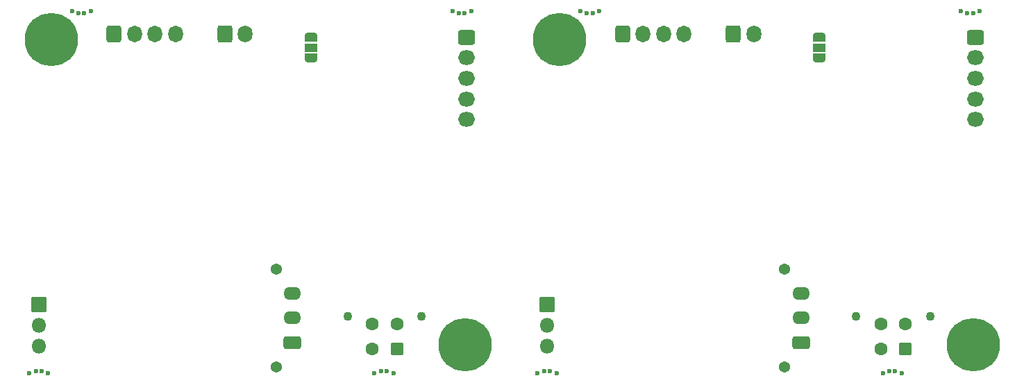
<source format=gbr>
%TF.GenerationSoftware,KiCad,Pcbnew,7.0.8*%
%TF.CreationDate,2023-12-11T19:12:45+01:00*%
%TF.ProjectId,SmartDisplay,536d6172-7444-4697-9370-6c61792e6b69,rev?*%
%TF.SameCoordinates,Original*%
%TF.FileFunction,Soldermask,Bot*%
%TF.FilePolarity,Negative*%
%FSLAX46Y46*%
G04 Gerber Fmt 4.6, Leading zero omitted, Abs format (unit mm)*
G04 Created by KiCad (PCBNEW 7.0.8) date 2023-12-11 19:12:45*
%MOMM*%
%LPD*%
G01*
G04 APERTURE LIST*
G04 Aperture macros list*
%AMRoundRect*
0 Rectangle with rounded corners*
0 $1 Rounding radius*
0 $2 $3 $4 $5 $6 $7 $8 $9 X,Y pos of 4 corners*
0 Add a 4 corners polygon primitive as box body*
4,1,4,$2,$3,$4,$5,$6,$7,$8,$9,$2,$3,0*
0 Add four circle primitives for the rounded corners*
1,1,$1+$1,$2,$3*
1,1,$1+$1,$4,$5*
1,1,$1+$1,$6,$7*
1,1,$1+$1,$8,$9*
0 Add four rect primitives between the rounded corners*
20,1,$1+$1,$2,$3,$4,$5,0*
20,1,$1+$1,$4,$5,$6,$7,0*
20,1,$1+$1,$6,$7,$8,$9,0*
20,1,$1+$1,$8,$9,$2,$3,0*%
%AMFreePoly0*
4,1,35,0.585355,0.785355,0.600000,0.750000,0.600000,-0.750000,0.585355,-0.785355,0.550000,-0.800000,0.000000,-0.800000,-0.012286,-0.794911,-0.071157,-0.794911,-0.085244,-0.792886,-0.221795,-0.752791,-0.234740,-0.746879,-0.354462,-0.669938,-0.365217,-0.660618,-0.458414,-0.553063,-0.466109,-0.541091,-0.525228,-0.411637,-0.529237,-0.397982,-0.549491,-0.257116,-0.550000,-0.250000,-0.550000,0.250000,
-0.549491,0.257116,-0.529237,0.397982,-0.525228,0.411637,-0.466109,0.541091,-0.458414,0.553063,-0.365217,0.660618,-0.354462,0.669938,-0.234740,0.746879,-0.221795,0.752791,-0.085244,0.792886,-0.071157,0.794911,-0.012286,0.794911,0.000000,0.800000,0.550000,0.800000,0.585355,0.785355,0.585355,0.785355,$1*%
%AMFreePoly1*
4,1,35,0.012286,0.794911,0.071157,0.794911,0.085244,0.792886,0.221795,0.752791,0.234740,0.746879,0.354462,0.669938,0.365217,0.660618,0.458414,0.553063,0.466109,0.541091,0.525228,0.411637,0.529237,0.397982,0.549491,0.257116,0.550000,0.250000,0.550000,-0.250000,0.549491,-0.257116,0.529237,-0.397982,0.525228,-0.411637,0.466109,-0.541091,0.458414,-0.553063,0.365217,-0.660618,
0.354462,-0.669938,0.234740,-0.746879,0.221795,-0.752791,0.085244,-0.792886,0.071157,-0.794911,0.012286,-0.794911,0.000000,-0.800000,-0.550000,-0.800000,-0.585355,-0.785355,-0.600000,-0.750000,-0.600000,0.750000,-0.585355,0.785355,-0.550000,0.800000,0.000000,0.800000,0.012286,0.794911,0.012286,0.794911,$1*%
G04 Aperture macros list end*
%ADD10C,0.600000*%
%ADD11RoundRect,0.300000X-0.600000X-0.725000X0.600000X-0.725000X0.600000X0.725000X-0.600000X0.725000X0*%
%ADD12O,1.800000X2.050000*%
%ADD13C,1.370000*%
%ADD14RoundRect,0.300000X0.760000X-0.500000X0.760000X0.500000X-0.760000X0.500000X-0.760000X-0.500000X0*%
%ADD15O,2.120000X1.600000*%
%ADD16RoundRect,0.300000X-0.725000X0.600000X-0.725000X-0.600000X0.725000X-0.600000X0.725000X0.600000X0*%
%ADD17O,2.050000X1.800000*%
%ADD18C,1.100000*%
%ADD19RoundRect,0.300000X0.500000X0.500000X-0.500000X0.500000X-0.500000X-0.500000X0.500000X-0.500000X0*%
%ADD20C,1.600000*%
%ADD21RoundRect,0.300000X-0.600000X-0.750000X0.600000X-0.750000X0.600000X0.750000X-0.600000X0.750000X0*%
%ADD22O,1.800000X2.100000*%
%ADD23C,0.900000*%
%ADD24C,6.500000*%
%ADD25RoundRect,0.050000X-0.850000X-0.850000X0.850000X-0.850000X0.850000X0.850000X-0.850000X0.850000X0*%
%ADD26O,1.800000X1.800000*%
%ADD27FreePoly0,270.000000*%
%ADD28RoundRect,0.050000X-0.750000X0.500000X-0.750000X-0.500000X0.750000X-0.500000X0.750000X0.500000X0*%
%ADD29FreePoly1,270.000000*%
G04 APERTURE END LIST*
D10*
%TO.C,mouse-bite-1mm-slot*%
X54950000Y-94070000D03*
X54150000Y-93820000D03*
X53450000Y-93820000D03*
X52650000Y-94070000D03*
%TD*%
%TO.C,mouse-bite-1mm-slot*%
X97050000Y-94070000D03*
X96250000Y-93820000D03*
X95550000Y-93820000D03*
X94750000Y-94070000D03*
%TD*%
%TO.C,mouse-bite-1mm-slot*%
X116950000Y-94070000D03*
X116150000Y-93820000D03*
X115450000Y-93820000D03*
X114650000Y-94070000D03*
%TD*%
%TO.C,mouse-bite-1mm-slot*%
X159050000Y-94070000D03*
X158250000Y-93820000D03*
X157550000Y-93820000D03*
X156750000Y-94070000D03*
%TD*%
%TO.C,mouse-bite-1mm-slot*%
X166250000Y-49870000D03*
X167050000Y-50120000D03*
X167750000Y-50120000D03*
X168550000Y-49870000D03*
%TD*%
%TO.C,mouse-bite-1mm-slot*%
X119850000Y-49870000D03*
X120650000Y-50120000D03*
X121350000Y-50120000D03*
X122150000Y-49870000D03*
%TD*%
%TO.C,mouse-bite-1mm-slot*%
X104250000Y-49870000D03*
X105050000Y-50120000D03*
X105750000Y-50120000D03*
X106550000Y-49870000D03*
%TD*%
%TO.C,mouse-bite-1mm-slot*%
X57850000Y-49870000D03*
X58650000Y-50120000D03*
X59350000Y-50120000D03*
X60150000Y-49870000D03*
%TD*%
D11*
%TO.C,J12*%
X125000000Y-52664000D03*
D12*
X127500000Y-52664000D03*
X130000000Y-52664000D03*
X132500000Y-52664000D03*
%TD*%
D13*
%TO.C,J15*%
X144790000Y-93320000D03*
X144790000Y-81320000D03*
D14*
X146750000Y-90320000D03*
D15*
X146750000Y-87320000D03*
X146750000Y-84320000D03*
%TD*%
D16*
%TO.C,J14*%
X168000000Y-53070000D03*
D17*
X168000000Y-55570000D03*
X168000000Y-58070000D03*
X168000000Y-60570000D03*
X168000000Y-63070000D03*
%TD*%
D18*
%TO.C,J7*%
X162500000Y-87130000D03*
X153500000Y-87130000D03*
D19*
X159500000Y-91070000D03*
D20*
X156500000Y-91070000D03*
X159500000Y-88070000D03*
X156500000Y-88070000D03*
%TD*%
D21*
%TO.C,J10*%
X138500000Y-52664000D03*
D22*
X141000000Y-52664000D03*
%TD*%
D23*
%TO.C,H4*%
X165375056Y-90556056D03*
X166078000Y-88859000D03*
X166078000Y-92253112D03*
X167775056Y-88156056D03*
D24*
X167775056Y-90556056D03*
D23*
X167775056Y-92956056D03*
X169472112Y-88859000D03*
X169472112Y-92253112D03*
X170175056Y-90556056D03*
%TD*%
%TO.C,H3*%
X114910000Y-53299000D03*
X115612944Y-51601944D03*
X115612944Y-54996056D03*
X117310000Y-50899000D03*
D24*
X117310000Y-53299000D03*
D23*
X117310000Y-55699000D03*
X119007056Y-51601944D03*
X119007056Y-54996056D03*
X119710000Y-53299000D03*
%TD*%
D25*
%TO.C,J13*%
X115810000Y-85650000D03*
D26*
X115810000Y-88190000D03*
X115810000Y-90730000D03*
%TD*%
D27*
%TO.C,JP5*%
X149000000Y-53020000D03*
D28*
X149000000Y-54320000D03*
D29*
X149000000Y-55620000D03*
%TD*%
D23*
%TO.C,H1*%
X52910000Y-53299000D03*
X53612944Y-51601944D03*
X53612944Y-54996056D03*
X55310000Y-50899000D03*
D24*
X55310000Y-53299000D03*
D23*
X55310000Y-55699000D03*
X57007056Y-51601944D03*
X57007056Y-54996056D03*
X57710000Y-53299000D03*
%TD*%
%TO.C,H2*%
X103375056Y-90556056D03*
X104078000Y-88859000D03*
X104078000Y-92253112D03*
X105775056Y-88156056D03*
D24*
X105775056Y-90556056D03*
D23*
X105775056Y-92956056D03*
X107472112Y-88859000D03*
X107472112Y-92253112D03*
X108175056Y-90556056D03*
%TD*%
D21*
%TO.C,J2*%
X76500000Y-52664000D03*
D22*
X79000000Y-52664000D03*
%TD*%
D16*
%TO.C,J6*%
X106000000Y-53070000D03*
D17*
X106000000Y-55570000D03*
X106000000Y-58070000D03*
X106000000Y-60570000D03*
X106000000Y-63070000D03*
%TD*%
D18*
%TO.C,J1*%
X100500000Y-87130000D03*
X91500000Y-87130000D03*
D19*
X97500000Y-91070000D03*
D20*
X94500000Y-91070000D03*
X97500000Y-88070000D03*
X94500000Y-88070000D03*
%TD*%
D13*
%TO.C,J8*%
X82790000Y-93320000D03*
X82790000Y-81320000D03*
D14*
X84750000Y-90320000D03*
D15*
X84750000Y-87320000D03*
X84750000Y-84320000D03*
%TD*%
D11*
%TO.C,J4*%
X63000000Y-52664000D03*
D12*
X65500000Y-52664000D03*
X68000000Y-52664000D03*
X70500000Y-52664000D03*
%TD*%
D25*
%TO.C,J5*%
X53810000Y-85650000D03*
D26*
X53810000Y-88190000D03*
X53810000Y-90730000D03*
%TD*%
D27*
%TO.C,JP3*%
X87000000Y-53020000D03*
D28*
X87000000Y-54320000D03*
D29*
X87000000Y-55620000D03*
%TD*%
M02*

</source>
